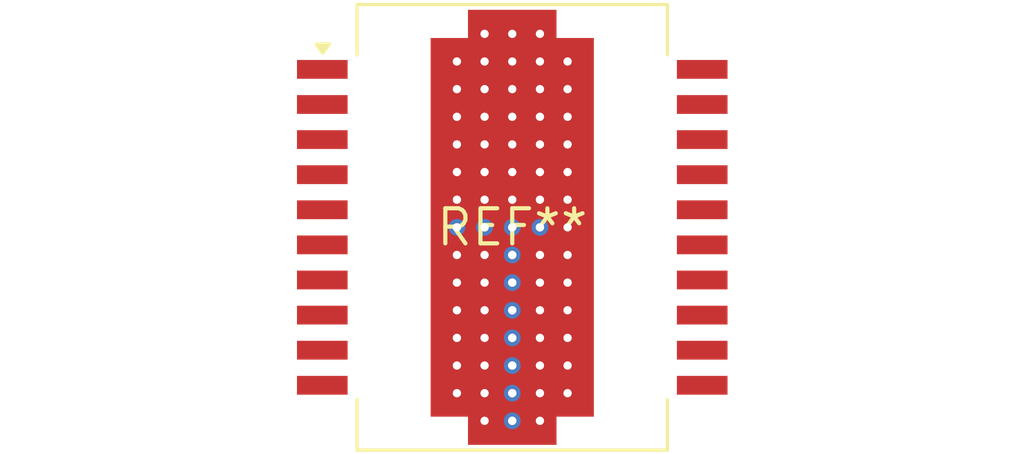
<source format=kicad_pcb>
(kicad_pcb (version 20240108) (generator pcbnew)
  (layers (0 "F.Cu" signal) (31 "B.Cu" signal) (34 "B.Paste" user) (35 "F.Paste" user) (36 "B.SilkS" user "B.Silkscreen") (37 "F.SilkS" user "F.Silkscreen") (38 "B.Mask" user) (39 "F.Mask" user) (44 "Edge.Cuts" user))
  (net 0 "")
  (footprint "Infineon_PG-DSO-20-85_ThermalVias" (layer "F.Cu") (at 0 0)
    (property "Reference" "REF**")
    (property "Value" "Infineon_PG-DSO-20-85_ThermalVias")
    (fp_line (start -5.61 -8.06) (end 5.61 -8.06) (layer "F.SilkS") (stroke (width 0.12)))
    (fp_line (start -5.61 -6.235) (end -5.61 -8.06) (layer "F.SilkS") (stroke (width 0.12)))
    (fp_line (start -5.61 6.235) (end -5.61 8.06) (layer "F.SilkS") (stroke (width 0.12)))
    (fp_line (start 5.61 -6.235) (end 5.61 -8.06) (layer "F.SilkS") (stroke (width 0.12)))
    (fp_line (start 5.61 6.235) (end 5.61 8.06) (layer "F.SilkS") (stroke (width 0.12)))
    (fp_line (start 5.61 8.06) (end -5.61 8.06) (layer "F.SilkS") (stroke (width 0.12)))
    (fp_poly (pts (xy -6.85 -6.3) (xy -7.09 -6.63) (xy -6.61 -6.63) (xy -6.85 -6.3)) (layer "F.SilkS") (stroke (width 0.12)) (fill solid))
    (pad "1" smd rect (at -6.865 -5.715) (size 1.83 0.68) (layers "F.Cu" "F.Paste" "F.Mask"))
    (pad "1" thru_hole circle (at -2 -6) (size 0.6 0.6) (drill 0.3) (layers *.Cu *.Mask) (remove_unused_layers))
    (pad "1" thru_hole circle (at -2 -5) (size 0.6 0.6) (drill 0.3) (layers *.Cu *.Mask) (remove_unused_layers))
    (pad "1" thru_hole circle (at -2 -4) (size 0.6 0.6) (drill 0.3) (layers *.Cu *.Mask) (remove_unused_layers))
    (pad "1" thru_hole circle (at -2 -3) (size 0.6 0.6) (drill 0.3) (layers *.Cu *.Mask) (remove_unused_layers))
    (pad "1" thru_hole circle (at -2 -2) (size 0.6 0.6) (drill 0.3) (layers *.Cu *.Mask) (remove_unused_layers))
    (pad "1" thru_hole circle (at -2 -1) (size 0.6 0.6) (drill 0.3) (layers *.Cu *.Mask) (remove_unused_layers))
    (pad "1" thru_hole circle (at -2 0) (size 0.6 0.6) (drill 0.3) (layers *.Cu *.Mask) (remove_unused_layers))
    (pad "1" thru_hole circle (at -2 0) (size 0.6 0.6) (drill 0.3) (layers *.Cu *.Mask) (remove_unused_layers))
    (pad "1" thru_hole circle (at -2 1) (size 0.6 0.6) (drill 0.3) (layers *.Cu *.Mask) (remove_unused_layers))
    (pad "1" thru_hole circle (at -2 2) (size 0.6 0.6) (drill 0.3) (layers *.Cu *.Mask) (remove_unused_layers))
    (pad "1" thru_hole circle (at -2 3) (size 0.6 0.6) (drill 0.3) (layers *.Cu *.Mask) (remove_unused_layers))
    (pad "1" thru_hole circle (at -2 4) (size 0.6 0.6) (drill 0.3) (layers *.Cu *.Mask) (remove_unused_layers))
    (pad "1" thru_hole circle (at -2 5) (size 0.6 0.6) (drill 0.3) (layers *.Cu *.Mask) (remove_unused_layers))
    (pad "1" thru_hole circle (at -2 6) (size 0.6 0.6) (drill 0.3) (layers *.Cu *.Mask) (remove_unused_layers))
    (pad "1" thru_hole circle (at -1 -7) (size 0.6 0.6) (drill 0.3) (layers *.Cu *.Mask) (remove_unused_layers))
    (pad "1" thru_hole circle (at -1 -6) (size 0.6 0.6) (drill 0.3) (layers *.Cu *.Mask) (remove_unused_layers))
    (pad "1" thru_hole circle (at -1 -5) (size 0.6 0.6) (drill 0.3) (layers *.Cu *.Mask) (remove_unused_layers))
    (pad "1" thru_hole circle (at -1 -4) (size 0.6 0.6) (drill 0.3) (layers *.Cu *.Mask) (remove_unused_layers))
    (pad "1" thru_hole circle (at -1 -3) (size 0.6 0.6) (drill 0.3) (layers *.Cu *.Mask) (remove_unused_layers))
    (pad "1" thru_hole circle (at -1 -2) (size 0.6 0.6) (drill 0.3) (layers *.Cu *.Mask) (remove_unused_layers))
    (pad "1" thru_hole circle (at -1 -1) (size 0.6 0.6) (drill 0.3) (layers *.Cu *.Mask) (remove_unused_layers))
    (pad "1" thru_hole circle (at -1 0) (size 0.6 0.6) (drill 0.3) (layers *.Cu *.Mask) (remove_unused_layers))
    (pad "1" thru_hole circle (at -1 0) (size 0.6 0.6) (drill 0.3) (layers *.Cu *.Mask) (remove_unused_layers))
    (pad "1" thru_hole circle (at -1 1) (size 0.6 0.6) (drill 0.3) (layers *.Cu *.Mask) (remove_unused_layers))
    (pad "1" thru_hole circle (at -1 2) (size 0.6 0.6) (drill 0.3) (layers *.Cu *.Mask) (remove_unused_layers))
    (pad "1" thru_hole circle (at -1 3) (size 0.6 0.6) (drill 0.3) (layers *.Cu *.Mask) (remove_unused_layers))
    (pad "1" thru_hole circle (at -1 4) (size 0.6 0.6) (drill 0.3) (layers *.Cu *.Mask) (remove_unused_layers))
    (pad "1" thru_hole circle (at -1 5) (size 0.6 0.6) (drill 0.3) (layers *.Cu *.Mask) (remove_unused_layers))
    (pad "1" thru_hole circle (at -1 6) (size 0.6 0.6) (drill 0.3) (layers *.Cu *.Mask) (remove_unused_layers))
    (pad "1" thru_hole circle (at -1 7) (size 0.6 0.6) (drill 0.3) (layers *.Cu *.Mask) (remove_unused_layers))
    (pad "1" thru_hole circle (at 0 -7) (size 0.6 0.6) (drill 0.3) (layers *.Cu *.Mask) (remove_unused_layers))
    (pad "1" thru_hole circle (at 0 -6) (size 0.6 0.6) (drill 0.3) (layers *.Cu *.Mask) (remove_unused_layers))
    (pad "1" thru_hole circle (at 0 -5) (size 0.6 0.6) (drill 0.3) (layers *.Cu *.Mask) (remove_unused_layers))
    (pad "1" thru_hole circle (at 0 -4) (size 0.6 0.6) (drill 0.3) (layers *.Cu *.Mask) (remove_unused_layers))
    (pad "1" thru_hole circle (at 0 -3) (size 0.6 0.6) (drill 0.3) (layers *.Cu *.Mask) (remove_unused_layers))
    (pad "1" thru_hole circle (at 0 -2) (size 0.6 0.6) (drill 0.3) (layers *.Cu *.Mask) (remove_unused_layers))
    (pad "1" thru_hole circle (at 0 -1) (size 0.6 0.6) (drill 0.3) (layers *.Cu *.Mask) (remove_unused_layers))
    (pad "1" thru_hole circle (at 0 0) (size 0.6 0.6) (drill 0.3) (layers *.Cu *.Mask) (remove_unused_layers))
    (pad "1" thru_hole circle (at 0 0) (size 0.6 0.6) (drill 0.3) (layers *.Cu *.Mask) (remove_unused_layers))
    (pad "1" thru_hole circle (at 0 1) (size 0.6 0.6) (drill 0.3) (layers *.Cu *.Mask) (remove_unused_layers))
    (pad "1" thru_hole circle (at 0 1) (size 0.6 0.6) (drill 0.3) (layers *.Cu *.Mask) (remove_unused_layers))
    (pad "1" thru_hole circle (at 0 2) (size 0.6 0.6) (drill 0.3) (layers *.Cu *.Mask) (remove_unused_layers))
    (pad "1" thru_hole circle (at 0 2) (size 0.6 0.6) (drill 0.3) (layers *.Cu *.Mask) (remove_unused_layers))
    (pad "1" thru_hole circle (at 0 3) (size 0.6 0.6) (drill 0.3) (layers *.Cu *.Mask) (remove_unused_layers))
    (pad "1" thru_hole circle (at 0 3) (size 0.6 0.6) (drill 0.3) (layers *.Cu *.Mask) (remove_unused_layers))
    (pad "1" thru_hole circle (at 0 4) (size 0.6 0.6) (drill 0.3) (layers *.Cu *.Mask) (remove_unused_layers))
    (pad "1" thru_hole circle (at 0 4) (size 0.6 0.6) (drill 0.3) (layers *.Cu *.Mask) (remove_unused_layers))
    (pad "1" thru_hole circle (at 0 5) (size 0.6 0.6) (drill 0.3) (layers *.Cu *.Mask) (remove_unused_layers))
    (pad "1" thru_hole circle (at 0 5) (size 0.6 0.6) (drill 0.3) (layers *.Cu *.Mask) (remove_unused_layers))
    (pad "1" thru_hole circle (at 0 6) (size 0.6 0.6) (drill 0.3) (layers *.Cu *.Mask) (remove_unused_layers))
    (pad "1" thru_hole circle (at 0 6) (size 0.6 0.6) (drill 0.3) (layers *.Cu *.Mask) (remove_unused_layers))
    (pad "1" thru_hole circle (at 0 7) (size 0.6 0.6) (drill 0.3) (layers *.Cu *.Mask) (remove_unused_layers))
    (pad "1" thru_hole circle (at 0 7) (size 0.6 0.6) (drill 0.3) (layers *.Cu *.Mask) (remove_unused_layers))
    (pad "1" thru_hole circle (at 1 -7) (size 0.6 0.6) (drill 0.3) (layers *.Cu *.Mask) (remove_unused_layers))
    (pad "1" thru_hole circle (at 1 -6) (size 0.6 0.6) (drill 0.3) (layers *.Cu *.Mask) (remove_unused_layers))
    (pad "1" thru_hole circle (at 1 -5) (size 0.6 0.6) (drill 0.3) (layers *.Cu *.Mask) (remove_unused_layers))
    (pad "1" thru_hole circle (at 1 -4) (size 0.6 0.6) (drill 0.3) (layers *.Cu *.Mask) (remove_unused_layers))
    (pad "1" thru_hole circle (at 1 -3) (size 0.6 0.6) (drill 0.3) (layers *.Cu *.Mask) (remove_unused_layers))
    (pad "1" thru_hole circle (at 1 -2) (size 0.6 0.6) (drill 0.3) (layers *.Cu *.Mask) (remove_unused_layers))
    (pad "1" thru_hole circle (at 1 -1) (size 0.6 0.6) (drill 0.3) (layers *.Cu *.Mask) (remove_unused_layers))
    (pad "1" thru_hole circle (at 1 0) (size 0.6 0.6) (drill 0.3) (layers *.Cu *.Mask) (remove_unused_layers))
    (pad "1" thru_hole circle (at 1 0) (size 0.6 0.6) (drill 0.3) (layers *.Cu *.Mask) (remove_unused_layers))
    (pad "1" thru_hole circle (at 1 1) (size 0.6 0.6) (drill 0.3) (layers *.Cu *.Mask) (remove_unused_layers))
    (pad "1" thru_hole circle (at 1 2) (size 0.6 0.6) (drill 0.3) (layers *.Cu *.Mask) (remove_unused_layers))
    (pad "1" thru_hole circle (at 1 3) (size 0.6 0.6) (drill 0.3) (layers *.Cu *.Mask) (remove_unused_layers))
    (pad "1" thru_hole circle (at 1 4) (size 0.6 0.6) (drill 0.3) (layers *.Cu *.Mask) (remove_unused_layers))
    (pad "1" thru_hole circle (at 1 5) (size 0.6 0.6) (drill 0.3) (layers *.Cu *.Mask) (remove_unused_layers))
    (pad "1" thru_hole circle (at 1 6) (size 0.6 0.6) (drill 0.3) (layers *.Cu *.Mask) (remove_unused_layers))
    (pad "1" thru_hole circle (at 1 7) (size 0.6 0.6) (drill 0.3) (layers *.Cu *.Mask) (remove_unused_layers))
    (pad "1" thru_hole circle (at 2 -6) (size 0.6 0.6) (drill 0.3) (layers *.Cu *.Mask) (remove_unused_layers))
    (pad "1" thru_hole circle (at 2 -5) (size 0.6 0.6) (drill 0.3) (layers *.Cu *.Mask) (remove_unused_layers))
    (pad "1" thru_hole circle (at 2 -4) (size 0.6 0.6) (drill 0.3) (layers *.Cu *.Mask) (remove_unused_layers))
    (pad "1" thru_hole circle (at 2 -3) (size 0.6 0.6) (drill 0.3) (layers *.Cu *.Mask) (remove_unused_layers))
    (pad "1" thru_hole circle (at 2 -2) (size 0.6 0.6) (drill 0.3) (layers *.Cu *.Mask) (remove_unused_layers))
    (pad "1" thru_hole circle (at 2 -1) (size 0.6 0.6) (drill 0.3) (layers *.Cu *.Mask) (remove_unused_layers))
    (pad "1" thru_hole circle (at 2 0) (size 0.6 0.6) (drill 0.3) (layers *.Cu *.Mask) (remove_unused_layers))
    (pad "1" thru_hole circle (at 2 1) (size 0.6 0.6) (drill 0.3) (layers *.Cu *.Mask) (remove_unused_layers))
    (pad "1" thru_hole circle (at 2 2) (size 0.6 0.6) (drill 0.3) (layers *.Cu *.Mask) (remove_unused_layers))
    (pad "1" thru_hole circle (at 2 3) (size 0.6 0.6) (drill 0.3) (layers *.Cu *.Mask) (remove_unused_layers))
    (pad "1" thru_hole circle (at 2 4) (size 0.6 0.6) (drill 0.3) (layers *.Cu *.Mask) (remove_unused_layers))
    (pad "1" thru_hole circle (at 2 5) (size 0.6 0.6) (drill 0.3) (layers *.Cu *.Mask) (remove_unused_layers))
    (pad "1" thru_hole circle (at 2 6) (size 0.6 0.6) (drill 0.3) (layers *.Cu *.Mask) (remove_unused_layers))
    (pad "2" smd rect (at -6.865 -4.445) (size 1.83 0.68) (layers "F.Cu" "F.Paste" "F.Mask"))
    (pad "3" smd rect (at -6.865 -3.175) (size 1.83 0.68) (layers "F.Cu" "F.Paste" "F.Mask"))
    (pad "4" smd rect (at -6.865 -1.905) (size 1.83 0.68) (layers "F.Cu" "F.Paste" "F.Mask"))
    (pad "5" smd rect (at -6.865 -0.635) (size 1.83 0.68) (layers "F.Cu" "F.Paste" "F.Mask"))
    (pad "6" smd rect (at -6.865 0.635) (size 1.83 0.68) (layers "F.Cu" "F.Paste" "F.Mask"))
    (pad "7" smd rect (at -6.865 1.905) (size 1.83 0.68) (layers "F.Cu" "F.Paste" "F.Mask"))
    (pad "8" smd rect (at -6.865 3.175) (size 1.83 0.68) (layers "F.Cu" "F.Paste" "F.Mask"))
    (pad "9" smd rect (at -6.865 4.445) (size 1.83 0.68) (layers "F.Cu" "F.Paste" "F.Mask"))
    (pad "10" smd rect (at -6.865 5.715) (size 1.83 0.68) (layers "F.Cu" "F.Paste" "F.Mask"))
    (pad "11" smd rect (at 6.865 5.715) (size 1.83 0.68) (layers "F.Cu" "F.Paste" "F.Mask"))
    (pad "12" smd rect (at 6.865 4.445) (size 1.83 0.68) (layers "F.Cu" "F.Paste" "F.Mask"))
    (pad "13" smd rect (at 6.865 3.175) (size 1.83 0.68) (layers "F.Cu" "F.Paste" "F.Mask"))
    (pad "14" smd rect (at 6.865 1.905) (size 1.83 0.68) (layers "F.Cu" "F.Paste" "F.Mask"))
    (pad "15" smd rect (at 6.865 0.635) (size 1.83 0.68) (layers "F.Cu" "F.Paste" "F.Mask"))
    (pad "16" smd rect (at 6.865 -0.635) (size 1.83 0.68) (layers "F.Cu" "F.Paste" "F.Mask"))
    (pad "17" smd rect (at 6.865 -1.905) (size 1.83 0.68) (layers "F.Cu" "F.Paste" "F.Mask"))
    (pad "18" smd rect (at 6.865 -3.175) (size 1.83 0.68) (layers "F.Cu" "F.Paste" "F.Mask"))
    (pad "19" smd rect (at 6.865 -4.445) (size 1.83 0.68) (layers "F.Cu" "F.Paste" "F.Mask"))
    (pad "20" smd rect (at 6.865 -5.715) (size 1.83 0.68) (layers "F.Cu" "F.Paste" "F.Mask"))
    (pad "21" smd custom (at 0 0) (size 5.9 13.7) (layers "F.Cu" "F.Mask") (options (clearance outline) (anchor rect)) (primitives (gr_poly (pts (xy 1.6 7.87) (xy -1.6 7.87) (xy -1.6 -7.87) (xy 1.6 -7.87)) (width 0) (fill yes))))
  )
)
</source>
